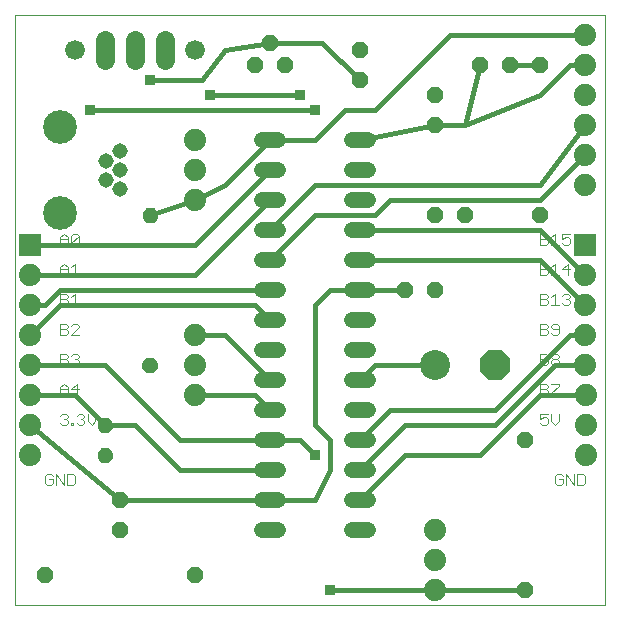
<source format=gtl>
G75*
%MOIN*%
%OFA0B0*%
%FSLAX25Y25*%
%IPPOS*%
%LPD*%
%AMOC8*
5,1,8,0,0,1.08239X$1,22.5*
%
%ADD10C,0.00000*%
%ADD11C,0.00300*%
%ADD12C,0.07400*%
%ADD13C,0.10000*%
%ADD14OC8,0.10000*%
%ADD15OC8,0.05200*%
%ADD16C,0.01040*%
%ADD17R,0.07400X0.07400*%
%ADD18R,0.07400X0.07400*%
%ADD19C,0.05200*%
%ADD20C,0.06496*%
%ADD21C,0.06600*%
%ADD22C,0.05150*%
%ADD23C,0.11220*%
%ADD24C,0.01600*%
%ADD25R,0.03562X0.03562*%
D10*
X0001800Y0003300D02*
X0001800Y0200150D01*
X0198650Y0200150D01*
X0198650Y0003300D01*
X0001800Y0003300D01*
D11*
X0012567Y0043450D02*
X0011950Y0044067D01*
X0011950Y0046536D01*
X0012567Y0047153D01*
X0013802Y0047153D01*
X0014419Y0046536D01*
X0014419Y0045302D02*
X0013184Y0045302D01*
X0014419Y0045302D02*
X0014419Y0044067D01*
X0013802Y0043450D01*
X0012567Y0043450D01*
X0015633Y0043450D02*
X0015633Y0047153D01*
X0018102Y0043450D01*
X0018102Y0047153D01*
X0019316Y0047153D02*
X0021168Y0047153D01*
X0021785Y0046536D01*
X0021785Y0044067D01*
X0021168Y0043450D01*
X0019316Y0043450D01*
X0019316Y0047153D01*
X0018802Y0063450D02*
X0017567Y0063450D01*
X0016950Y0064067D01*
X0018184Y0065302D02*
X0018802Y0065302D01*
X0019419Y0064684D01*
X0019419Y0064067D01*
X0018802Y0063450D01*
X0020633Y0063450D02*
X0021250Y0063450D01*
X0021250Y0064067D01*
X0020633Y0064067D01*
X0020633Y0063450D01*
X0022475Y0064067D02*
X0023092Y0063450D01*
X0024326Y0063450D01*
X0024943Y0064067D01*
X0024943Y0064684D01*
X0024326Y0065302D01*
X0023709Y0065302D01*
X0024326Y0065302D02*
X0024943Y0065919D01*
X0024943Y0066536D01*
X0024326Y0067153D01*
X0023092Y0067153D01*
X0022475Y0066536D01*
X0019419Y0066536D02*
X0019419Y0065919D01*
X0018802Y0065302D01*
X0019419Y0066536D02*
X0018802Y0067153D01*
X0017567Y0067153D01*
X0016950Y0066536D01*
X0016950Y0073450D02*
X0016950Y0075919D01*
X0018184Y0077153D01*
X0019419Y0075919D01*
X0019419Y0073450D01*
X0019419Y0075302D02*
X0016950Y0075302D01*
X0020633Y0075302D02*
X0023102Y0075302D01*
X0022485Y0077153D02*
X0022485Y0073450D01*
X0020633Y0075302D02*
X0022485Y0077153D01*
X0022485Y0083450D02*
X0021250Y0083450D01*
X0020633Y0084067D01*
X0019419Y0084067D02*
X0019419Y0084684D01*
X0018802Y0085302D01*
X0016950Y0085302D01*
X0016950Y0087153D02*
X0016950Y0083450D01*
X0018802Y0083450D01*
X0019419Y0084067D01*
X0018802Y0085302D02*
X0019419Y0085919D01*
X0019419Y0086536D01*
X0018802Y0087153D01*
X0016950Y0087153D01*
X0020633Y0086536D02*
X0021250Y0087153D01*
X0022485Y0087153D01*
X0023102Y0086536D01*
X0023102Y0085919D01*
X0022485Y0085302D01*
X0023102Y0084684D01*
X0023102Y0084067D01*
X0022485Y0083450D01*
X0022485Y0085302D02*
X0021868Y0085302D01*
X0023102Y0093450D02*
X0020633Y0093450D01*
X0023102Y0095919D01*
X0023102Y0096536D01*
X0022485Y0097153D01*
X0021250Y0097153D01*
X0020633Y0096536D01*
X0019419Y0096536D02*
X0018802Y0097153D01*
X0016950Y0097153D01*
X0016950Y0093450D01*
X0018802Y0093450D01*
X0019419Y0094067D01*
X0019419Y0094684D01*
X0018802Y0095302D01*
X0016950Y0095302D01*
X0018802Y0095302D02*
X0019419Y0095919D01*
X0019419Y0096536D01*
X0018802Y0103450D02*
X0016950Y0103450D01*
X0016950Y0107153D01*
X0018802Y0107153D01*
X0019419Y0106536D01*
X0019419Y0105919D01*
X0018802Y0105302D01*
X0016950Y0105302D01*
X0018802Y0105302D02*
X0019419Y0104684D01*
X0019419Y0104067D01*
X0018802Y0103450D01*
X0020633Y0103450D02*
X0023102Y0103450D01*
X0021868Y0103450D02*
X0021868Y0107153D01*
X0020633Y0105919D01*
X0020633Y0113450D02*
X0023102Y0113450D01*
X0021868Y0113450D02*
X0021868Y0117153D01*
X0020633Y0115919D01*
X0019419Y0115919D02*
X0019419Y0113450D01*
X0019419Y0115302D02*
X0016950Y0115302D01*
X0016950Y0115919D02*
X0018184Y0117153D01*
X0019419Y0115919D01*
X0016950Y0115919D02*
X0016950Y0113450D01*
X0016950Y0123450D02*
X0016950Y0125919D01*
X0018184Y0127153D01*
X0019419Y0125919D01*
X0019419Y0123450D01*
X0020633Y0124067D02*
X0020633Y0126536D01*
X0021250Y0127153D01*
X0022485Y0127153D01*
X0023102Y0126536D01*
X0020633Y0124067D01*
X0021250Y0123450D01*
X0022485Y0123450D01*
X0023102Y0124067D01*
X0023102Y0126536D01*
X0019419Y0125302D02*
X0016950Y0125302D01*
X0026158Y0067153D02*
X0026158Y0064684D01*
X0027392Y0063450D01*
X0028627Y0064684D01*
X0028627Y0067153D01*
X0176950Y0067153D02*
X0176950Y0065302D01*
X0178184Y0065919D01*
X0178802Y0065919D01*
X0179419Y0065302D01*
X0179419Y0064067D01*
X0178802Y0063450D01*
X0177567Y0063450D01*
X0176950Y0064067D01*
X0176950Y0067153D02*
X0179419Y0067153D01*
X0180633Y0067153D02*
X0180633Y0064684D01*
X0181868Y0063450D01*
X0183102Y0064684D01*
X0183102Y0067153D01*
X0180633Y0073450D02*
X0180633Y0074067D01*
X0183102Y0076536D01*
X0183102Y0077153D01*
X0180633Y0077153D01*
X0179419Y0076536D02*
X0179419Y0075919D01*
X0178802Y0075302D01*
X0176950Y0075302D01*
X0176950Y0077153D02*
X0176950Y0073450D01*
X0178802Y0073450D01*
X0179419Y0074067D01*
X0179419Y0074684D01*
X0178802Y0075302D01*
X0179419Y0076536D02*
X0178802Y0077153D01*
X0176950Y0077153D01*
X0176950Y0083450D02*
X0178802Y0083450D01*
X0179419Y0084067D01*
X0179419Y0084684D01*
X0178802Y0085302D01*
X0176950Y0085302D01*
X0176950Y0087153D02*
X0176950Y0083450D01*
X0178802Y0085302D02*
X0179419Y0085919D01*
X0179419Y0086536D01*
X0178802Y0087153D01*
X0176950Y0087153D01*
X0180633Y0086536D02*
X0180633Y0085919D01*
X0181250Y0085302D01*
X0182485Y0085302D01*
X0183102Y0084684D01*
X0183102Y0084067D01*
X0182485Y0083450D01*
X0181250Y0083450D01*
X0180633Y0084067D01*
X0180633Y0084684D01*
X0181250Y0085302D01*
X0182485Y0085302D02*
X0183102Y0085919D01*
X0183102Y0086536D01*
X0182485Y0087153D01*
X0181250Y0087153D01*
X0180633Y0086536D01*
X0181250Y0093450D02*
X0182485Y0093450D01*
X0183102Y0094067D01*
X0183102Y0096536D01*
X0182485Y0097153D01*
X0181250Y0097153D01*
X0180633Y0096536D01*
X0180633Y0095919D01*
X0181250Y0095302D01*
X0183102Y0095302D01*
X0181250Y0093450D02*
X0180633Y0094067D01*
X0179419Y0094067D02*
X0179419Y0094684D01*
X0178802Y0095302D01*
X0176950Y0095302D01*
X0176950Y0097153D02*
X0176950Y0093450D01*
X0178802Y0093450D01*
X0179419Y0094067D01*
X0178802Y0095302D02*
X0179419Y0095919D01*
X0179419Y0096536D01*
X0178802Y0097153D01*
X0176950Y0097153D01*
X0176950Y0103450D02*
X0178802Y0103450D01*
X0179419Y0104067D01*
X0179419Y0104684D01*
X0178802Y0105302D01*
X0176950Y0105302D01*
X0176950Y0107153D02*
X0176950Y0103450D01*
X0178802Y0105302D02*
X0179419Y0105919D01*
X0179419Y0106536D01*
X0178802Y0107153D01*
X0176950Y0107153D01*
X0180633Y0105919D02*
X0181868Y0107153D01*
X0181868Y0103450D01*
X0183102Y0103450D02*
X0180633Y0103450D01*
X0184316Y0104067D02*
X0184933Y0103450D01*
X0186168Y0103450D01*
X0186785Y0104067D01*
X0186785Y0104684D01*
X0186168Y0105302D01*
X0185551Y0105302D01*
X0186168Y0105302D02*
X0186785Y0105919D01*
X0186785Y0106536D01*
X0186168Y0107153D01*
X0184933Y0107153D01*
X0184316Y0106536D01*
X0183102Y0113450D02*
X0180633Y0113450D01*
X0181868Y0113450D02*
X0181868Y0117153D01*
X0180633Y0115919D01*
X0179419Y0115919D02*
X0178802Y0115302D01*
X0176950Y0115302D01*
X0176950Y0117153D02*
X0176950Y0113450D01*
X0178802Y0113450D01*
X0179419Y0114067D01*
X0179419Y0114684D01*
X0178802Y0115302D01*
X0179419Y0115919D02*
X0179419Y0116536D01*
X0178802Y0117153D01*
X0176950Y0117153D01*
X0176950Y0123450D02*
X0178802Y0123450D01*
X0179419Y0124067D01*
X0179419Y0124684D01*
X0178802Y0125302D01*
X0176950Y0125302D01*
X0176950Y0127153D02*
X0176950Y0123450D01*
X0178802Y0125302D02*
X0179419Y0125919D01*
X0179419Y0126536D01*
X0178802Y0127153D01*
X0176950Y0127153D01*
X0180633Y0125919D02*
X0181868Y0127153D01*
X0181868Y0123450D01*
X0183102Y0123450D02*
X0180633Y0123450D01*
X0184316Y0124067D02*
X0184933Y0123450D01*
X0186168Y0123450D01*
X0186785Y0124067D01*
X0186785Y0125302D01*
X0186168Y0125919D01*
X0185551Y0125919D01*
X0184316Y0125302D01*
X0184316Y0127153D01*
X0186785Y0127153D01*
X0186168Y0117153D02*
X0184316Y0115302D01*
X0186785Y0115302D01*
X0186168Y0117153D02*
X0186168Y0113450D01*
X0185633Y0047153D02*
X0188102Y0043450D01*
X0188102Y0047153D01*
X0189316Y0047153D02*
X0191168Y0047153D01*
X0191785Y0046536D01*
X0191785Y0044067D01*
X0191168Y0043450D01*
X0189316Y0043450D01*
X0189316Y0047153D01*
X0185633Y0047153D02*
X0185633Y0043450D01*
X0184419Y0044067D02*
X0184419Y0045302D01*
X0183184Y0045302D01*
X0181950Y0046536D02*
X0181950Y0044067D01*
X0182567Y0043450D01*
X0183802Y0043450D01*
X0184419Y0044067D01*
X0184419Y0046536D02*
X0183802Y0047153D01*
X0182567Y0047153D01*
X0181950Y0046536D01*
D12*
X0192167Y0053301D03*
X0192114Y0063301D03*
X0192062Y0073301D03*
X0192009Y0083301D03*
X0191957Y0093300D03*
X0191905Y0103300D03*
X0191852Y0113300D03*
X0191800Y0143300D03*
X0191800Y0153300D03*
X0191800Y0163300D03*
X0191800Y0173300D03*
X0191800Y0183300D03*
X0191800Y0193300D03*
X0061800Y0158300D03*
X0061800Y0148300D03*
X0061800Y0138300D03*
X0061800Y0093300D03*
X0061800Y0083300D03*
X0061800Y0073300D03*
X0006800Y0073300D03*
X0006800Y0063300D03*
X0006800Y0053300D03*
X0006800Y0083300D03*
X0006800Y0093300D03*
X0006800Y0103300D03*
X0006800Y0113300D03*
X0141800Y0028300D03*
X0141800Y0018300D03*
X0141800Y0008300D03*
D13*
X0141800Y0083300D03*
D14*
X0161800Y0083300D03*
D15*
X0141800Y0108300D03*
X0131800Y0108300D03*
X0141800Y0133300D03*
X0151800Y0133300D03*
X0176800Y0133300D03*
X0141800Y0163300D03*
X0141800Y0173300D03*
X0156800Y0183300D03*
X0166800Y0183300D03*
X0176800Y0183300D03*
X0116800Y0178300D03*
X0116800Y0188300D03*
X0091800Y0183300D03*
X0086800Y0190800D03*
X0081800Y0183300D03*
X0171800Y0058300D03*
X0171800Y0008300D03*
X0061800Y0013300D03*
X0036800Y0028300D03*
X0036800Y0038300D03*
X0011800Y0013300D03*
D16*
X0031447Y0051742D02*
X0030927Y0051222D01*
X0029710Y0052443D01*
X0029713Y0054164D01*
X0030934Y0055381D01*
X0032655Y0055378D01*
X0033872Y0054157D01*
X0033869Y0052436D01*
X0032648Y0051219D01*
X0030927Y0051222D01*
X0031251Y0052001D01*
X0030491Y0052765D01*
X0030492Y0053840D01*
X0031256Y0054600D01*
X0032331Y0054599D01*
X0033091Y0053835D01*
X0033090Y0052760D01*
X0032326Y0052000D01*
X0031251Y0052001D01*
X0031576Y0052781D01*
X0031271Y0053086D01*
X0031272Y0053515D01*
X0031577Y0053820D01*
X0032006Y0053819D01*
X0032311Y0053514D01*
X0032310Y0053085D01*
X0032005Y0052780D01*
X0031576Y0052781D01*
X0031465Y0061742D02*
X0030945Y0061222D01*
X0029728Y0062443D01*
X0029731Y0064164D01*
X0030952Y0065381D01*
X0032673Y0065378D01*
X0033890Y0064157D01*
X0033887Y0062436D01*
X0032666Y0061219D01*
X0030945Y0061222D01*
X0031269Y0062001D01*
X0030509Y0062765D01*
X0030510Y0063840D01*
X0031274Y0064600D01*
X0032349Y0064599D01*
X0033109Y0063835D01*
X0033108Y0062760D01*
X0032344Y0062000D01*
X0031269Y0062001D01*
X0031594Y0062781D01*
X0031289Y0063086D01*
X0031290Y0063515D01*
X0031595Y0063820D01*
X0032024Y0063819D01*
X0032329Y0063514D01*
X0032328Y0063085D01*
X0032023Y0062780D01*
X0031594Y0062781D01*
X0047100Y0084858D02*
X0047620Y0085378D01*
X0048837Y0084157D01*
X0048834Y0082436D01*
X0047613Y0081219D01*
X0045892Y0081222D01*
X0044675Y0082443D01*
X0044678Y0084164D01*
X0045899Y0085381D01*
X0047620Y0085378D01*
X0047296Y0084599D01*
X0048056Y0083835D01*
X0048055Y0082760D01*
X0047291Y0082000D01*
X0046216Y0082001D01*
X0045456Y0082765D01*
X0045457Y0083840D01*
X0046221Y0084600D01*
X0047296Y0084599D01*
X0046971Y0083819D01*
X0047276Y0083514D01*
X0047275Y0083085D01*
X0046970Y0082780D01*
X0046541Y0082781D01*
X0046236Y0083086D01*
X0046237Y0083515D01*
X0046542Y0083820D01*
X0046971Y0083819D01*
X0047188Y0134858D02*
X0047708Y0135378D01*
X0048925Y0134157D01*
X0048922Y0132436D01*
X0047701Y0131219D01*
X0045980Y0131222D01*
X0044763Y0132443D01*
X0044766Y0134164D01*
X0045987Y0135381D01*
X0047708Y0135378D01*
X0047384Y0134599D01*
X0048144Y0133835D01*
X0048143Y0132760D01*
X0047379Y0132000D01*
X0046304Y0132001D01*
X0045544Y0132765D01*
X0045545Y0133840D01*
X0046309Y0134600D01*
X0047384Y0134599D01*
X0047059Y0133819D01*
X0047364Y0133514D01*
X0047363Y0133085D01*
X0047058Y0132780D01*
X0046629Y0132781D01*
X0046324Y0133086D01*
X0046325Y0133515D01*
X0046630Y0133820D01*
X0047059Y0133819D01*
D17*
X0006800Y0123300D03*
D18*
G36*
X0195519Y0119620D02*
X0188120Y0119581D01*
X0188081Y0126980D01*
X0195480Y0127019D01*
X0195519Y0119620D01*
G37*
D19*
X0119400Y0118300D02*
X0114200Y0118300D01*
X0114200Y0108300D02*
X0119400Y0108300D01*
X0119400Y0098300D02*
X0114200Y0098300D01*
X0114200Y0088300D02*
X0119400Y0088300D01*
X0119400Y0078300D02*
X0114200Y0078300D01*
X0114200Y0068300D02*
X0119400Y0068300D01*
X0119400Y0058300D02*
X0114200Y0058300D01*
X0114200Y0048300D02*
X0119400Y0048300D01*
X0119400Y0038300D02*
X0114200Y0038300D01*
X0114200Y0028300D02*
X0119400Y0028300D01*
X0089400Y0028300D02*
X0084200Y0028300D01*
X0084200Y0038300D02*
X0089400Y0038300D01*
X0089400Y0048300D02*
X0084200Y0048300D01*
X0084200Y0058300D02*
X0089400Y0058300D01*
X0089400Y0068300D02*
X0084200Y0068300D01*
X0084200Y0078300D02*
X0089400Y0078300D01*
X0089400Y0088300D02*
X0084200Y0088300D01*
X0084200Y0098300D02*
X0089400Y0098300D01*
X0089400Y0108300D02*
X0084200Y0108300D01*
X0084200Y0118300D02*
X0089400Y0118300D01*
X0089400Y0128300D02*
X0084200Y0128300D01*
X0084200Y0138300D02*
X0089400Y0138300D01*
X0089400Y0148300D02*
X0084200Y0148300D01*
X0084200Y0158300D02*
X0089400Y0158300D01*
X0114200Y0158300D02*
X0119400Y0158300D01*
X0119400Y0148300D02*
X0114200Y0148300D01*
X0114200Y0138300D02*
X0119400Y0138300D01*
X0119400Y0128300D02*
X0114200Y0128300D01*
D20*
X0051800Y0185052D02*
X0051800Y0191548D01*
X0041800Y0191548D02*
X0041800Y0185052D01*
X0031800Y0185052D02*
X0031800Y0191548D01*
D21*
X0021800Y0188300D03*
X0061800Y0188300D03*
D22*
X0036879Y0154599D03*
X0032154Y0151450D03*
X0036879Y0148300D03*
X0032154Y0145150D03*
X0036879Y0142001D03*
D23*
X0016800Y0133930D03*
X0016800Y0162670D03*
D24*
X0026800Y0168300D02*
X0101800Y0168300D01*
X0096800Y0173300D02*
X0066800Y0173300D01*
X0064300Y0178300D02*
X0071800Y0188300D01*
X0086800Y0190800D01*
X0104300Y0190800D01*
X0116800Y0178300D01*
X0111800Y0168300D02*
X0101800Y0158300D01*
X0086800Y0158300D01*
X0071800Y0143300D01*
X0061800Y0138300D01*
X0046844Y0133300D01*
X0061800Y0123300D02*
X0086800Y0148300D01*
X0086800Y0138300D02*
X0061800Y0113300D01*
X0006800Y0113300D01*
X0006800Y0103300D02*
X0011800Y0103300D01*
X0016800Y0108300D01*
X0086800Y0108300D01*
X0081800Y0103300D02*
X0086800Y0098300D01*
X0081800Y0103300D02*
X0016800Y0103300D01*
X0006800Y0093300D01*
X0006800Y0083300D02*
X0031800Y0083300D01*
X0056800Y0058300D01*
X0086800Y0058300D01*
X0096800Y0058300D01*
X0101800Y0053300D01*
X0106800Y0048300D02*
X0101800Y0038300D01*
X0086800Y0038300D01*
X0036800Y0038300D01*
X0006800Y0063300D01*
X0006800Y0073300D02*
X0021800Y0073300D01*
X0031809Y0063300D01*
X0041800Y0063300D01*
X0056800Y0048300D01*
X0086800Y0048300D01*
X0101800Y0063300D02*
X0106800Y0058300D01*
X0106800Y0048300D01*
X0116800Y0048300D02*
X0131800Y0063300D01*
X0161800Y0063300D01*
X0181812Y0083312D01*
X0192009Y0083301D01*
X0191957Y0093300D02*
X0186809Y0093309D01*
X0161800Y0068300D01*
X0126800Y0068300D01*
X0116800Y0058300D01*
X0131800Y0053300D02*
X0116800Y0038300D01*
X0131800Y0053300D02*
X0156800Y0053300D01*
X0176815Y0073315D01*
X0192062Y0073301D01*
X0191905Y0103300D02*
X0191794Y0103306D01*
X0176800Y0118300D01*
X0116800Y0118300D01*
X0116800Y0108300D02*
X0106800Y0108300D01*
X0101800Y0103300D01*
X0101800Y0063300D01*
X0086800Y0068300D02*
X0081800Y0073300D01*
X0061800Y0073300D01*
X0061800Y0093300D02*
X0071800Y0093300D01*
X0086800Y0078300D01*
X0116800Y0078300D02*
X0121800Y0083300D01*
X0141800Y0083300D01*
X0131800Y0108300D02*
X0116800Y0108300D01*
X0116800Y0128300D02*
X0176800Y0128300D01*
X0191797Y0113303D01*
X0191852Y0113300D01*
X0176800Y0138300D02*
X0191800Y0153300D01*
X0191800Y0163300D02*
X0176800Y0143300D01*
X0101800Y0143300D01*
X0086800Y0128300D01*
X0086800Y0118300D02*
X0101800Y0133300D01*
X0121800Y0133300D01*
X0126800Y0138300D01*
X0176800Y0138300D01*
X0176800Y0173300D02*
X0151800Y0163300D01*
X0156800Y0183300D01*
X0166800Y0183300D02*
X0176800Y0183300D01*
X0186800Y0183300D02*
X0176800Y0173300D01*
X0186800Y0183300D02*
X0191800Y0183300D01*
X0191800Y0193300D02*
X0146800Y0193300D01*
X0121800Y0168300D01*
X0111800Y0168300D01*
X0116800Y0158300D02*
X0141800Y0163300D01*
X0151800Y0163300D01*
X0064300Y0178300D02*
X0046800Y0178300D01*
X0061800Y0123300D02*
X0006800Y0123300D01*
X0106800Y0008300D02*
X0141800Y0008300D01*
X0171800Y0008300D01*
D25*
X0106800Y0008300D03*
X0101800Y0053300D03*
X0101800Y0168300D03*
X0096800Y0173300D03*
X0066800Y0173300D03*
X0046800Y0178300D03*
X0026800Y0168300D03*
M02*

</source>
